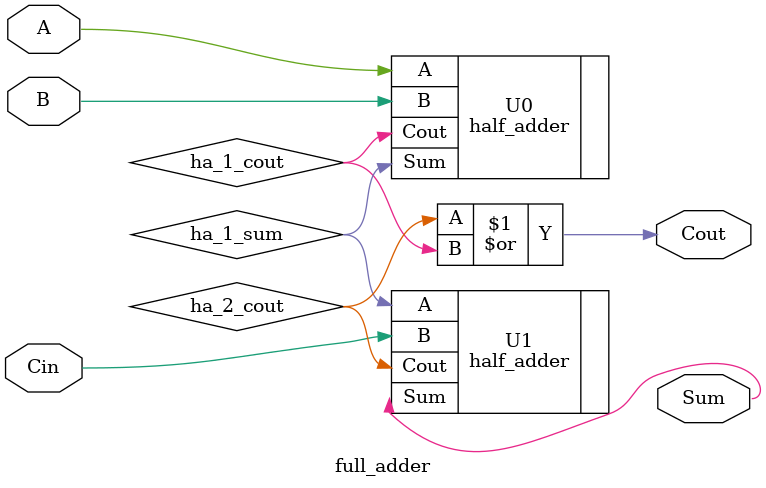
<source format=v>
`include "half_adder.v"
module full_adder(output wire Sum, Cout, input wire A, B, Cin);
    wire ha_1_sum, ha_1_cout, ha_2_cout;

    half_adder U0(.Sum(ha_1_sum), .Cout(ha_1_cout), .A(A), .B(B));
    half_adder U1(.Sum(Sum), .Cout(ha_2_cout), .A(ha_1_sum), .B(Cin));
    or U2(Cout, ha_2_cout, ha_1_cout);
endmodule    

</source>
